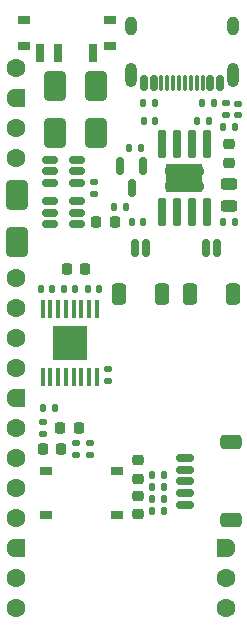
<source format=gbr>
%TF.GenerationSoftware,KiCad,Pcbnew,9.0.0*%
%TF.CreationDate,2025-03-18T00:42:33+02:00*%
%TF.ProjectId,haptic-bracelet,68617074-6963-42d6-9272-6163656c6574,rev?*%
%TF.SameCoordinates,Original*%
%TF.FileFunction,Soldermask,Top*%
%TF.FilePolarity,Negative*%
%FSLAX46Y46*%
G04 Gerber Fmt 4.6, Leading zero omitted, Abs format (unit mm)*
G04 Created by KiCad (PCBNEW 9.0.0) date 2025-03-18 00:42:33*
%MOMM*%
%LPD*%
G01*
G04 APERTURE LIST*
G04 Aperture macros list*
%AMRoundRect*
0 Rectangle with rounded corners*
0 $1 Rounding radius*
0 $2 $3 $4 $5 $6 $7 $8 $9 X,Y pos of 4 corners*
0 Add a 4 corners polygon primitive as box body*
4,1,4,$2,$3,$4,$5,$6,$7,$8,$9,$2,$3,0*
0 Add four circle primitives for the rounded corners*
1,1,$1+$1,$2,$3*
1,1,$1+$1,$4,$5*
1,1,$1+$1,$6,$7*
1,1,$1+$1,$8,$9*
0 Add four rect primitives between the rounded corners*
20,1,$1+$1,$2,$3,$4,$5,0*
20,1,$1+$1,$4,$5,$6,$7,0*
20,1,$1+$1,$6,$7,$8,$9,0*
20,1,$1+$1,$8,$9,$2,$3,0*%
%AMFreePoly0*
4,1,37,0.603843,0.796157,0.639018,0.796157,0.711114,0.766294,0.766294,0.711114,0.796157,0.639018,0.796157,0.603843,0.800000,0.600000,0.800000,-0.600000,0.796157,-0.603843,0.796157,-0.639018,0.766294,-0.711114,0.711114,-0.766294,0.639018,-0.796157,0.603843,-0.796157,0.600000,-0.800000,0.000000,-0.800000,0.000000,-0.796148,-0.078414,-0.796148,-0.232228,-0.765552,-0.377117,-0.705537,
-0.507515,-0.618408,-0.618408,-0.507515,-0.705537,-0.377117,-0.765552,-0.232228,-0.796148,-0.078414,-0.796148,0.078414,-0.765552,0.232228,-0.705537,0.377117,-0.618408,0.507515,-0.507515,0.618408,-0.377117,0.705537,-0.232228,0.765552,-0.078414,0.796148,0.000000,0.796148,0.000000,0.800000,0.600000,0.800000,0.603843,0.796157,0.603843,0.796157,$1*%
%AMFreePoly1*
4,1,37,0.000000,0.796148,0.078414,0.796148,0.232228,0.765552,0.377117,0.705537,0.507515,0.618408,0.618408,0.507515,0.705537,0.377117,0.765552,0.232228,0.796148,0.078414,0.796148,-0.078414,0.765552,-0.232228,0.705537,-0.377117,0.618408,-0.507515,0.507515,-0.618408,0.377117,-0.705537,0.232228,-0.765552,0.078414,-0.796148,0.000000,-0.796148,0.000000,-0.800000,-0.600000,-0.800000,
-0.603843,-0.796157,-0.639018,-0.796157,-0.711114,-0.766294,-0.766294,-0.711114,-0.796157,-0.639018,-0.796157,-0.603843,-0.800000,-0.600000,-0.800000,0.600000,-0.796157,0.603843,-0.796157,0.639018,-0.766294,0.711114,-0.711114,0.766294,-0.639018,0.796157,-0.603843,0.796157,-0.600000,0.800000,0.000000,0.800000,0.000000,0.796148,0.000000,0.796148,$1*%
G04 Aperture macros list end*
%ADD10RoundRect,0.218750X0.218750X0.256250X-0.218750X0.256250X-0.218750X-0.256250X0.218750X-0.256250X0*%
%ADD11R,1.000000X0.800000*%
%ADD12R,0.700000X1.500000*%
%ADD13RoundRect,0.150000X-0.150000X-0.625000X0.150000X-0.625000X0.150000X0.625000X-0.150000X0.625000X0*%
%ADD14RoundRect,0.250000X-0.350000X-0.650000X0.350000X-0.650000X0.350000X0.650000X-0.350000X0.650000X0*%
%ADD15RoundRect,0.150000X-0.512500X-0.150000X0.512500X-0.150000X0.512500X0.150000X-0.512500X0.150000X0*%
%ADD16RoundRect,0.135000X-0.135000X-0.185000X0.135000X-0.185000X0.135000X0.185000X-0.135000X0.185000X0*%
%ADD17RoundRect,0.135000X0.135000X0.185000X-0.135000X0.185000X-0.135000X-0.185000X0.135000X-0.185000X0*%
%ADD18RoundRect,0.140000X-0.140000X-0.170000X0.140000X-0.170000X0.140000X0.170000X-0.140000X0.170000X0*%
%ADD19RoundRect,0.225000X-0.225000X-0.250000X0.225000X-0.250000X0.225000X0.250000X-0.225000X0.250000X0*%
%ADD20RoundRect,0.250000X-0.650000X1.000000X-0.650000X-1.000000X0.650000X-1.000000X0.650000X1.000000X0*%
%ADD21RoundRect,0.140000X0.140000X0.170000X-0.140000X0.170000X-0.140000X-0.170000X0.140000X-0.170000X0*%
%ADD22RoundRect,0.225000X0.225000X0.250000X-0.225000X0.250000X-0.225000X-0.250000X0.225000X-0.250000X0*%
%ADD23RoundRect,0.225000X-0.250000X0.225000X-0.250000X-0.225000X0.250000X-0.225000X0.250000X0.225000X0*%
%ADD24R,1.000000X0.750000*%
%ADD25RoundRect,0.150000X0.512500X0.150000X-0.512500X0.150000X-0.512500X-0.150000X0.512500X-0.150000X0*%
%ADD26RoundRect,0.250000X0.650000X-1.000000X0.650000X1.000000X-0.650000X1.000000X-0.650000X-1.000000X0*%
%ADD27RoundRect,0.135000X0.185000X-0.135000X0.185000X0.135000X-0.185000X0.135000X-0.185000X-0.135000X0*%
%ADD28RoundRect,0.150000X0.150000X0.500000X-0.150000X0.500000X-0.150000X-0.500000X0.150000X-0.500000X0*%
%ADD29RoundRect,0.075000X0.075000X0.575000X-0.075000X0.575000X-0.075000X-0.575000X0.075000X-0.575000X0*%
%ADD30O,1.000000X2.100000*%
%ADD31O,1.000000X1.600000*%
%ADD32RoundRect,0.100000X0.100000X-0.675000X0.100000X0.675000X-0.100000X0.675000X-0.100000X-0.675000X0*%
%ADD33R,3.000000X3.000000*%
%ADD34RoundRect,0.243750X0.456250X-0.243750X0.456250X0.243750X-0.456250X0.243750X-0.456250X-0.243750X0*%
%ADD35RoundRect,0.225000X0.250000X-0.225000X0.250000X0.225000X-0.250000X0.225000X-0.250000X-0.225000X0*%
%ADD36RoundRect,0.218750X-0.256250X0.218750X-0.256250X-0.218750X0.256250X-0.218750X0.256250X0.218750X0*%
%ADD37RoundRect,0.150000X-0.150000X0.587500X-0.150000X-0.587500X0.150000X-0.587500X0.150000X0.587500X0*%
%ADD38RoundRect,0.135000X-0.185000X0.135000X-0.185000X-0.135000X0.185000X-0.135000X0.185000X0.135000X0*%
%ADD39RoundRect,0.150000X0.625000X-0.150000X0.625000X0.150000X-0.625000X0.150000X-0.625000X-0.150000X0*%
%ADD40RoundRect,0.250000X0.650000X-0.350000X0.650000X0.350000X-0.650000X0.350000X-0.650000X-0.350000X0*%
%ADD41RoundRect,0.140000X0.170000X-0.140000X0.170000X0.140000X-0.170000X0.140000X-0.170000X-0.140000X0*%
%ADD42R,3.100000X2.400000*%
%ADD43RoundRect,0.070000X-0.250000X1.100000X-0.250000X-1.100000X0.250000X-1.100000X0.250000X1.100000X0*%
%ADD44C,0.770000*%
%ADD45FreePoly0,180.000000*%
%ADD46C,1.600000*%
%ADD47FreePoly1,180.000000*%
G04 APERTURE END LIST*
D10*
%TO.C,D3*%
X161537500Y-108000000D03*
X159962500Y-108000000D03*
%TD*%
D11*
%TO.C,SW2*%
X164150000Y-75605000D03*
X164150000Y-73395000D03*
X156850000Y-75605000D03*
X156850000Y-73395000D03*
D12*
X162750000Y-76255000D03*
X159750000Y-76255000D03*
X158250000Y-76255000D03*
%TD*%
D13*
%TO.C,J4*%
X166250000Y-92750000D03*
X167250000Y-92750000D03*
D14*
X164950000Y-96625000D03*
X168550000Y-96625000D03*
%TD*%
D15*
%TO.C,U4*%
X159112500Y-85300000D03*
X159112500Y-86250000D03*
X159112500Y-87200000D03*
X161387500Y-87200000D03*
X161387500Y-86250000D03*
X161387500Y-85300000D03*
%TD*%
D16*
%TO.C,R6*%
X166990000Y-80500000D03*
X168010000Y-80500000D03*
%TD*%
%TO.C,R5*%
X164490000Y-89250000D03*
X165510000Y-89250000D03*
%TD*%
D17*
%TO.C,R12*%
X166760000Y-84250000D03*
X165740000Y-84250000D03*
%TD*%
D18*
%TO.C,C2*%
X166020000Y-90500000D03*
X166980000Y-90500000D03*
%TD*%
D19*
%TO.C,C11*%
X158475000Y-109750000D03*
X160025000Y-109750000D03*
%TD*%
D17*
%TO.C,R2*%
X174760000Y-82500000D03*
X173740000Y-82500000D03*
%TD*%
D20*
%TO.C,D8*%
X159500000Y-79000000D03*
X159500000Y-83000000D03*
%TD*%
D17*
%TO.C,R15*%
X168760000Y-113000000D03*
X167740000Y-113000000D03*
%TD*%
D19*
%TO.C,C3*%
X163000000Y-90500000D03*
X164550000Y-90500000D03*
%TD*%
D17*
%TO.C,R7*%
X173010000Y-80500000D03*
X171990000Y-80500000D03*
%TD*%
D21*
%TO.C,C6*%
X163230000Y-96250000D03*
X162270000Y-96250000D03*
%TD*%
D13*
%TO.C,J2*%
X172250000Y-92750000D03*
X173250000Y-92750000D03*
D14*
X170950000Y-96625000D03*
X174550000Y-96625000D03*
%TD*%
D17*
%TO.C,R1*%
X172510000Y-82000000D03*
X171490000Y-82000000D03*
%TD*%
D22*
%TO.C,C8*%
X162050000Y-94500000D03*
X160500000Y-94500000D03*
%TD*%
D23*
%TO.C,C4*%
X166500000Y-110725000D03*
X166500000Y-112275000D03*
%TD*%
D24*
%TO.C,SW1*%
X164750000Y-115375000D03*
X158750000Y-115375000D03*
X164750000Y-111625000D03*
X158750000Y-111625000D03*
%TD*%
D25*
%TO.C,U3*%
X161387500Y-90700000D03*
X161387500Y-89750000D03*
X161387500Y-88800000D03*
X159112500Y-88800000D03*
X159112500Y-89750000D03*
X159112500Y-90700000D03*
%TD*%
D26*
%TO.C,D9*%
X156250000Y-92250000D03*
X156250000Y-88250000D03*
%TD*%
D27*
%TO.C,R4*%
X162850000Y-88160000D03*
X162850000Y-87140000D03*
%TD*%
D21*
%TO.C,C10*%
X167980000Y-82000000D03*
X167020000Y-82000000D03*
%TD*%
D28*
%TO.C,J5*%
X173450000Y-78745000D03*
X172650000Y-78745000D03*
D29*
X171500000Y-78745000D03*
X170500000Y-78745000D03*
X170000000Y-78745000D03*
X169000000Y-78745000D03*
D28*
X167850000Y-78745000D03*
X167050000Y-78745000D03*
X167050000Y-78745000D03*
X167850000Y-78745000D03*
D29*
X168500000Y-78745000D03*
X169500000Y-78745000D03*
X171000000Y-78745000D03*
X172000000Y-78745000D03*
D28*
X172650000Y-78745000D03*
X173450000Y-78745000D03*
D30*
X174570000Y-78105000D03*
D31*
X174570000Y-73925000D03*
D30*
X165930000Y-78105000D03*
D31*
X165930000Y-73925000D03*
%TD*%
D17*
%TO.C,R8*%
X168760000Y-115000000D03*
X167740000Y-115000000D03*
%TD*%
D32*
%TO.C,U2*%
X158475000Y-103625000D03*
X159125000Y-103625000D03*
X159775000Y-103625000D03*
X160425000Y-103625000D03*
X161075000Y-103625000D03*
X161725000Y-103625000D03*
X162375000Y-103625000D03*
X163025000Y-103625000D03*
X163025000Y-97875000D03*
X162375000Y-97875000D03*
X161725000Y-97875000D03*
X161075000Y-97875000D03*
X160425000Y-97875000D03*
X159775000Y-97875000D03*
X159125000Y-97875000D03*
X158475000Y-97875000D03*
D33*
X160750000Y-100750000D03*
%TD*%
D27*
%TO.C,R17*%
X162500000Y-110260000D03*
X162500000Y-109240000D03*
%TD*%
D16*
%TO.C,R9*%
X158480000Y-106250000D03*
X159500000Y-106250000D03*
%TD*%
D34*
%TO.C,D1*%
X174250000Y-89187500D03*
X174250000Y-87312500D03*
%TD*%
D35*
%TO.C,C1*%
X166500000Y-115275000D03*
X166500000Y-113725000D03*
%TD*%
D17*
%TO.C,R14*%
X168760000Y-114000000D03*
X167740000Y-114000000D03*
%TD*%
D18*
%TO.C,C5*%
X158290000Y-96250000D03*
X159250000Y-96250000D03*
%TD*%
D27*
%TO.C,R11*%
X174000000Y-81510000D03*
X174000000Y-80490000D03*
%TD*%
D36*
%TO.C,D2*%
X174250000Y-83962500D03*
X174250000Y-85537500D03*
%TD*%
D37*
%TO.C,Q2*%
X166950000Y-85812500D03*
X165050000Y-85812500D03*
X166000000Y-87687500D03*
%TD*%
D38*
%TO.C,R18*%
X158500000Y-107490000D03*
X158500000Y-108510000D03*
%TD*%
D39*
%TO.C,J6*%
X170500000Y-114500000D03*
X170500000Y-113500000D03*
X170500000Y-112500000D03*
X170500000Y-111500000D03*
X170500000Y-110500000D03*
D40*
X174375000Y-115800000D03*
X174375000Y-109200000D03*
%TD*%
D16*
%TO.C,R13*%
X167740000Y-112000000D03*
X168760000Y-112000000D03*
%TD*%
D26*
%TO.C,D7*%
X163000000Y-83000000D03*
X163000000Y-79000000D03*
%TD*%
D27*
%TO.C,R16*%
X161250000Y-110260000D03*
X161250000Y-109240000D03*
%TD*%
D38*
%TO.C,R10*%
X164000000Y-102990000D03*
X164000000Y-104010000D03*
%TD*%
D16*
%TO.C,R3*%
X173740000Y-90500000D03*
X174760000Y-90500000D03*
%TD*%
D21*
%TO.C,C7*%
X161230000Y-96250000D03*
X160270000Y-96250000D03*
%TD*%
D41*
%TO.C,C9*%
X175000000Y-81480000D03*
X175000000Y-80520000D03*
%TD*%
D42*
%TO.C,U1*%
X170450000Y-86850000D03*
D43*
X172355000Y-83975000D03*
X171085000Y-83975000D03*
X169815000Y-83975000D03*
X168545000Y-83975000D03*
X168545000Y-89725000D03*
X169815000Y-89725000D03*
X171085000Y-89725000D03*
X172355000Y-89725000D03*
D44*
X171750000Y-86200000D03*
X170450000Y-86200000D03*
X169150000Y-86200000D03*
X171750000Y-87500000D03*
X170450000Y-87500000D03*
X169150000Y-87500000D03*
%TD*%
D45*
%TO.C,A1*%
X174000000Y-118180000D03*
D46*
X174000000Y-120720000D03*
X174000000Y-123260000D03*
X156220000Y-123260000D03*
X156220000Y-120720000D03*
D47*
X156220000Y-118180000D03*
D46*
X156220000Y-115640000D03*
X156220000Y-113100000D03*
X156220000Y-110560000D03*
X156220000Y-108020000D03*
D47*
X156220000Y-105480000D03*
D46*
X156220000Y-102940000D03*
X156220000Y-100400000D03*
X156220000Y-97860000D03*
X156220000Y-95320000D03*
X156220000Y-85160000D03*
X156220000Y-82620000D03*
D47*
X156220000Y-80080000D03*
D46*
X156220000Y-77540000D03*
%TD*%
M02*

</source>
